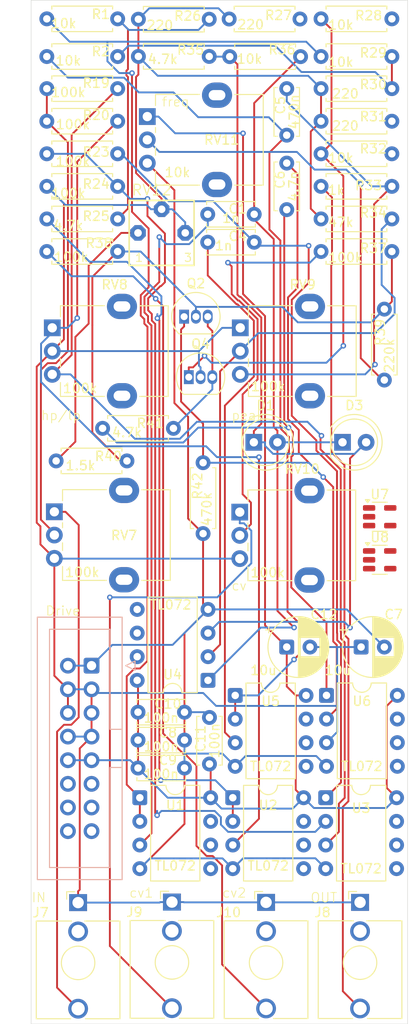
<source format=kicad_pcb>
(kicad_pcb (version 20241229) (generator "pcbnew") (generator_version "9.0")
  (layers (0 "F.Cu" signal) (2 "B.Cu" signal) (13 "F.Paste" user) (15 "B.Paste" user) (5 "F.SilkS" user "F.Silkscreen") (7 "B.SilkS" user "B.Silkscreen") (1 "F.Mask" user) (3 "B.Mask" user) (25 "Edge.Cuts" user))
  (net 0 "")
  (net 1 "Net-(U1A-+)")
  (net 2 "Net-(D1-A)")
  (net 3 "Net-(C4-Pad2)")
  (net 4 "Net-(U5A-+)")
  (net 5 "Net-(U5A--)")
  (net 6 "Net-(C5-Pad2)")
  (net 7 "Net-(C6-Pad1)")
  (net 8 "Net-(Q2-C)")
  (net 9 "GND")
  (net 10 "-12V")
  (net 11 "+12V")
  (net 12 "Net-(D1-K)")
  (net 13 "Net-(J7-PadT)")
  (net 14 "Net-(J8-PadT)")
  (net 15 "Net-(J9-PadT)")
  (net 16 "Net-(J10-PadT)")
  (net 23 "Net-(Q2-B)")
  (net 24 "Net-(Q2-E)")
  (net 25 "Net-(Q4-C)")
  (net 26 "Net-(U8A--)")
  (net 27 "Net-(U1A--)")
  (net 28 "Net-(U7A--)")
  (net 29 "Net-(U3A-+)")
  (net 30 "Net-(R19-Pad1)")
  (net 31 "Net-(U2A-+)")
  (net 32 "Net-(U3A--)")
  (net 33 "Net-(U2A--)")
  (net 34 "Net-(U8A-+)")
  (net 35 "Net-(R28-Pad2)")
  (net 36 "Net-(U7A-+)")
  (net 37 "Net-(R32-Pad2)")
  (net 38 "Net-(U4A--)")
  (net 39 "Net-(R37-Pad1)")
  (net 40 "Net-(R39-Pad1)")
  (net 41 "Net-(R40-Pad1)")
  (footprint "Capacitor_THT:C_Disc_D5.0mm_W2.5mm_P5.00mm" (layer "F.Cu") (at 31 35)
    (property "Reference" "C1")
    (property "Value" "1n")
  )
  (footprint "Package_TO_SOT_THT:TO-92_Inline" (layer "F.Cu") (at 28.96 52.5)
    (property "Reference" "Q4")
    (property "Value" "BC557")
  )
  (footprint "Capacitor_THT:C_Disc_D5.0mm_W2.5mm_P5.00mm" (layer "F.Cu") (at 39.5 26.5 90)
    (property "Reference" "C5")
    (property "Value" "470n")
  )
  (footprint "Resistor_THT:R_Axial_DIN0207_L6.3mm_D2.5mm_P7.62mm_Horizontal" (layer "F.Cu") (at 13.69 21.5)
    (property "Reference" "R19")
    (property "Value" "100k")
  )
  (footprint "Potentiometer_THT:Potentiometer_Alpha_RD901F-40-00D_Single_Vertical" (layer "F.Cu") (at 34.5 47.2)
    (property "Reference" "RV9")
    (property "Value" "100k")
  )
  (footprint "Resistor_THT:R_Axial_DIN0207_L6.3mm_D2.5mm_P7.62mm_Horizontal" (layer "F.Cu") (at 43.19 32)
    (property "Reference" "R33")
    (property "Value" "1k")
  )
  (footprint "Capacitor_THT:C_Disc_D5.0mm_W2.5mm_P5.00mm" (layer "F.Cu") (at 31 38)
    (property "Reference" "C4")
    (property "Value" "1n")
  )
  (footprint "LED_THT:LED_D5.0mm" (layer "F.Cu") (at 45.5 59.5)
    (property "Reference" "D3")
    (property "Value" "LED")
  )
  (footprint "Resistor_THT:R_Axial_DIN0207_L6.3mm_D2.5mm_P7.62mm_Horizontal" (layer "F.Cu") (at 13.69 14)
    (property "Reference" "R1")
    (property "Value" "10k")
  )
  (footprint "Resistor_THT:R_Axial_DIN0207_L6.3mm_D2.5mm_P7.62mm_Horizontal" (layer "F.Cu") (at 30.5 69.31 90)
    (property "Reference" "R42")
    (property "Value" "470k")
  )
  (footprint "Resistor_THT:R_Axial_DIN0207_L6.3mm_D2.5mm_P7.62mm_Horizontal" (layer "F.Cu") (at 43.19 25)
    (property "Reference" "R31")
    (property "Value" "220")
  )
  (footprint "Package_DIP:DIP-8_W7.62mm" (layer "F.Cu") (at 33.957 86.6982)
    (property "Reference" "U5" (hide yes))
    (property "Value" "TL072")
  )
  (footprint "Connector_Audio:Jack_3.5mm_QingPu_WQP-PJ398SM_Vertical_CircularHoles" (layer "F.Cu") (at 47.3877 108.9341)
    (property "Reference" "J8")
    (property "Value" "AudioPlug3")
  )
  (footprint "Potentiometer_THT:Potentiometer_Alpha_RD901F-40-00D_Single_Vertical" (layer "F.Cu") (at 24.5 24.5)
    (property "Reference" "RV11")
    (property "Value" "10k")
  )
  (footprint "Connector_Audio:Jack_3.5mm_QingPu_WQP-PJ398SM_Vertical_CircularHoles" (layer "F.Cu") (at 37.2765 108.9341)
    (property "Reference" "J10")
    (property "Value" "AudioPlug3")
  )
  (footprint "Potentiometer_THT:Potentiometer_Alpha_RD901F-40-00D_Single_Vertical" (layer "F.Cu") (at 14.275 47.2)
    (property "Reference" "RV8")
    (property "Value" "100k")
  )
  (footprint "Package_DIP:DIP-8_W7.62mm" (layer "F.Cu") (at 31.0299 85.0758 180)
    (property "Reference" "U4" (hide yes))
    (property "Value" "TL072")
  )
  (footprint "Resistor_THT:R_Axial_DIN0207_L6.3mm_D2.5mm_P7.62mm_Horizontal" (layer "F.Cu") (at 43.19 28.5)
    (property "Reference" "R32")
    (property "Value" "10k")
  )
  (footprint "Resistor_THT:R_Axial_DIN0207_L6.3mm_D2.5mm_P7.62mm_Horizontal" (layer "F.Cu") (at 13.69 18.05)
    (property "Reference" "R2")
    (property "Value" "10k")
  )
  (footprint "Capacitor_THT:CP_Radial_D6.3mm_P2.50mm" (layer "F.Cu") (at 39.5 81.5)
    (property "Reference" "C12")
    (property "Value" "10u")
  )
  (footprint "Package_DIP:DIP-8_W7.62mm" (layer "F.Cu") (at 23.695 97.69)
    (property "Reference" "U1" (hide yes))
    (property "Value" "TL072")
  )
  (footprint "Package_DIP:DIP-8_W7.62mm" (layer "F.Cu") (at 33.695 97.69)
    (property "Reference" "U2" (hide yes))
    (property "Value" "TL072")
  )
  (footprint "Resistor_THT:R_Axial_DIN0207_L6.3mm_D2.5mm_P7.62mm_Horizontal" (layer "F.Cu") (at 13.69 39)
    (property "Reference" "R38")
    (property "Value" "100k")
  )
  (footprint "Resistor_THT:R_Axial_DIN0207_L6.3mm_D2.5mm_P7.62mm_Horizontal" (layer "F.Cu") (at 43.19 39)
    (property "Reference" "R37")
    (property "Value" "100k")
  )
  (footprint "Package_DIP:DIP-8_W7.62mm" (layer "F.Cu") (at 43.695 97.69)
    (property "Reference" "U3" (hide yes))
    (property "Value" "TL072")
  )
  (footprint "Resistor_THT:R_Axial_DIN0207_L6.3mm_D2.5mm_P7.62mm_Horizontal" (layer "F.Cu") (at 50 52.81 90)
    (property "Reference" "R39")
    (property "Value" "220k")
  )
  (footprint "Capacitor_THT:C_Disc_D5.0mm_W2.5mm_P5.00mm" (layer "F.Cu") (at 23.5 88.5)
    (property "Reference" "C10")
    (property "Value" "100n")
  )
  (footprint "Resistor_THT:R_Axial_DIN0207_L6.3mm_D2.5mm_P7.62mm_Horizontal" (layer "F.Cu") (at 43.19 18.05)
    (property "Reference" "R29")
    (property "Value" "10k")
  )
  (footprint "Resistor_THT:R_Axial_DIN0207_L6.3mm_D2.5mm_P7.62mm_Horizontal" (layer "F.Cu") (at 23.5386 14.0387)
    (property "Reference" "R26")
    (property "Value" "220")
  )
  (footprint "LED_THT:LED_D5.0mm" (layer "F.Cu") (at 35.96 59.5)
    (property "Reference" "D1")
    (property "Value" "LED")
  )
  (footprint "Package_TO_SOT_THT:TO-92_Inline" (layer "F.Cu") (at 28.46 46)
    (property "Reference" "Q2")
    (property "Value" "BC557")
  )
  (footprint "Resistor_THT:R_Axial_DIN0207_L6.3mm_D2.5mm_P7.62mm_Horizontal" (layer "F.Cu") (at 33.3063 14.0165)
    (property "Reference" "R27")
    (property "Value" "220")
  )
  (footprint "Potentiometer_THT:Potentiometer_Alpha_RD901F-40-00D_Single_Vertical" (layer "F.Cu") (at 14.5 66.9679)
    (property "Reference" "RV7")
    (property "Value" "100k")
  )
  (footprint "Resistor_THT:R_Axial_DIN0207_L6.3mm_D2.5mm_P7.62mm_Horizontal" (layer "F.Cu") (at 23.5401 18.0387)
    (property "Reference" "R35")
    (property "Value" "4.7k")
  )
  (footprint "Resistor_THT:R_Axial_DIN0207_L6.3mm_D2.5mm_P7.62mm_Horizontal" (layer "F.Cu") (at 33.3673 18.0609)
    (property "Reference" "R36")
    (property "Value" "10k")
  )
  (footprint "Package_TO_SOT_SMD:SOT-23-5" (layer "F.Cu") (at 49.5 67.5)
    (property "Reference" "U7")
    (property "Value" "LM13700")
  )
  (footprint "Capacitor_THT:C_Disc_D5.0mm_W2.5mm_P5.00mm" (layer "F.Cu") (at 23.5 94.5)
    (property "Reference" "C9")
    (property "Value" "100n")
  )
  (footprint "Connector_Audio:Jack_3.5mm_QingPu_WQP-PJ398SM_Vertical_CircularHoles" (layer "F.Cu") (at 27.1506 108.9046)
    (property "Reference" "J9")
    (property "Value" "AudioPlug3")
  )
  (footprint "Resistor_THT:R_Axial_DIN0207_L6.3mm_D2.5mm_P7.62mm_Horizontal" (layer "F.Cu") (at 14.69 61.5)
    (property "Reference" "R40")
    (property "Value" "1.5k")
  )
  (footprint "Capacitor_THT:C_Disc_D5.0mm_W2.5mm_P5.00mm" (layer "F.Cu") (at 31.1861 94.0662 90)
    (property "Reference" "C11")
    (property "Value" "100n")
  )
  (footprint "Connector_Audio:Jack_3.5mm_QingPu_WQP-PJ398SM_Vertical_CircularHoles" (layer "F.Cu") (at 17.0562 108.9585)
    (property "Reference" "J7")
    (property "Value" "AudioPlug3")
  )
  (footprint "Resistor_THT:R_Axial_DIN0207_L6.3mm_D2.5mm_P7.62mm_Horizontal" (layer "F.Cu") (at 13.69 32)
    (property "Reference" "R24")
    (property "Value" "100k")
  )
  (footprint "Potentiometer_THT:Potentiometer_Alpha_RD901F-40-00D_Single_Vertical" (layer "F.Cu") (at 34.4463 67)
    (property "Reference" "RV10")
    (property "Value" "100k")
  )
  (footprint "Resistor_THT:R_Axial_DIN0207_L6.3mm_D2.5mm_P7.62mm_Horizontal" (layer "F.Cu") (at 19.69 58)
    (property "Reference" "R41")
    (property "Value" "4.7k")
  )
  (footprint "MusicThingModular:BOURNS_3362P_TRIMMER" (layer "F.Cu") (at 26.04 37)
    (property "Reference" "RV12")
    (property "Value" "1k")
  )
  (footprint "Capacitor_THT:C_Disc_D5.0mm_W2.5mm_P5.00mm" (layer "F.Cu") (at 39.5 34.5 90)
    (property "Reference" "C6")
    (property "Value" "4.7n")
  )
  (footprint "Resistor_THT:R_Axial_DIN0207_L6.3mm_D2.5mm_P7.62mm_Horizontal" (layer "F.Cu") (at 13.69 35.5)
    (property "Reference" "R25")
    (property "Value" "4.7k")
  )
  (footprint "Resistor_THT:R_Axial_DIN0207_L6.3mm_D2.5mm_P7.62mm_Horizontal" (layer "F.Cu") (at 43.19 14)
    (property "Reference" "R28")
    (property "Value" "10k")
  )
  (footprint "Capacitor_THT:C_Disc_D5.0mm_W2.5mm_P5.00mm" (layer "F.Cu") (at 23.5 91.5)
    (property "Reference" "C8")
    (property "Value" "100n")
  )
  (footprint "Capacitor_THT:CP_Radial_D6.3mm_P2.50mm" (layer "F.Cu") (at 47.5 81.5)
    (property "Reference" "C7")
    (property "Value" "10u")
  )
  (footprint "Resistor_THT:R_Axial_DIN0207_L6.3mm_D2.5mm_P7.62mm_Horizontal" (layer "F.Cu") (at 13.69 25)
    (property "Reference" "R20")
    (property "Value" "100k")
  )
  (footprint "Resistor_THT:R_Axial_DIN0207_L6.3mm_D2.5mm_P7.62mm_Horizontal" (layer "F.Cu") (at 43.19 21.5)
    (property "Reference" "R30")
    (property "Value" "220")
  )
  (footprint "Resistor_THT:R_Axial_DIN0207_L6.3mm_D2.5mm_P7.62mm_Horizontal" (layer "F.Cu") (at 13.69 28.5)
    (property "Reference" "R23")
    (property "Value" "100k")
  )
  (footprint "Package_DIP:DIP-8_W7.62mm" (layer "F.Cu") (at 43.7767 86.6926)
    (property "Reference" "U6")
    (property "Value" "TL072")
  )
  (footprint "Package_TO_SOT_SMD:SOT-23-5" (layer "F.Cu") (at 49.5 72.125)
    (property "Reference" "U8")
    (property "Value" "LM13700")
  )
  (footprint "Resistor_THT:R_Axial_DIN0207_L6.3mm_D2.5mm_P7.62mm_Horizontal" (layer "F.Cu") (at 43.19 35.5)
    (property "Reference" "R34")
    (property "Value" "47k")
  )
  (footprint "Connector_IDC:IDC-Header_2x08_P2.54mm_Vertical" (layer "B.Cu") (at 18.5 83.5 180)
    (property "Reference" "J12" (hide yes))
    (property "Value" "Conn_02x08_Odd_Even")
  )
  (gr_rect (start 12 12) (end 52.5 122) (stroke (width 0.05)) (fill no) (layer "Edge.Cuts"))
  (gr_text "hp/lp" (at 13 57.2 0) (layer "F.SilkS") (effects (font (size 1 1) (thickness 0.1)) (justify left bottom)))
  (gr_text "cv" (at 33.5 75.5 0) (layer "F.SilkS") (effects (font (size 1 1) (thickness 0.1)) (justify left bottom)))
  (gr_text "Drive" (at 13.5 78.2 0) (layer "F.SilkS") (effects (font (size 1 1) (thickness 0.1)) (justify left bottom)))
  (gr_text "peak" (at 33.5 57.2 0) (layer "F.SilkS") (effects (font (size 1 1) (thickness 0.1)) (justify left bottom)))
  (gr_text "cv1" (at 22.5 108.5 0) (layer "F.SilkS") (effects (font (size 1 1) (thickness 0.1)) (justify left bottom)))
  (gr_text "freq" (at 26 23.5 0) (layer "F.SilkS") (effects (font (size 1 1) (thickness 0.1)) (justify left bottom)))
  (gr_text "OUT" (at 42 109 0) (layer "F.SilkS") (effects (font (size 1 1) (thickness 0.1)) (justify left bottom)))
  (gr_text "IN" (at 12 109 0) (layer "F.SilkS") (effects (font (size 1 1) (thickness 0.1)) (justify left bottom)))
  (gr_text "cv2" (at 32.5 108.5 0) (layer "F.SilkS") (effects (font (size 1 1) (thickness 0.1)) (justify left bottom)))
  (segment (start 24.1944 45.5506) (end 24.5813 45.9375) (width 0.2) (layer "F.Cu") (net 1))
  (segment (start 24.9467 101.5183) (end 23.695 102.77) (width 0.2) (layer "F.Cu") (net 1))
  (segment (start 25.7896 37.4456) (end 25.7896 42.2638) (width 0.2) (layer "F.Cu") (net 1))
  (segment (start 24.1944 43.859) (end 24.1944 45.5506) (width 0.2) (layer "F.Cu") (net 1))
  (segment (start 24.5813 45.9375) (end 24.5813 46.5845) (width 0.2) (layer "F.Cu") (net 1))
  (segment (start 25.7896 42.2638) (end 24.1944 43.859) (width 0.2) (layer "F.Cu") (net 1))
  (segment (start 24.9467 46.9499) (end 24.9467 101.5183) (width 0.2) (layer "F.Cu") (net 1))
  (segment (start 24.5813 46.5845) (end 24.8167 46.8199) (width 0.2) (layer "F.Cu") (net 1))
  (segment (start 24.8167 46.8199) (end 24.9467 46.9499) (width 0.2) (layer "F.Cu") (net 1))
  (via (at 25.7896 37.4456) (size 0.6) (drill 0.3) (layers "F.Cu" "B.Cu") (net 1))
  (segment (start 25.7896 37.4456) (end 25.7896 38.5231) (width 0.2) (layer "B.Cu") (net 1))
  (segment (start 26.5515 38.2075) (end 29.0015 38.2075) (width 0.2) (layer "B.Cu") (net 1))
  (segment (start 25.7896 37.4456) (end 26.5515 38.2075) (width 0.2) (layer "B.Cu") (net 1))
  (segment (start 31 36.209) (end 31 35) (width 0.2) (layer "B.Cu") (net 1))
  (segment (start 29.0015 38.2075) (end 31 36.209) (width 0.2) (layer "B.Cu") (net 1))
  (segment (start 25.7896 38.5231) (end 25.7896 37.4456) (width 0.2) (layer "B.Cu") (net 1))
  (segment (start 40.286 79.404) (end 38.5 77.618) (width 0.2) (layer "F.Cu") (net 2))
  (segment (start 36 35) (end 36 23.0482) (width 0.2) (layer "F.Cu") (net 2))
  (segment (start 36 35) (end 36 35.568) (width 0.2) (layer "F.Cu") (net 2))
  (segment (start 38.5 77.618) (end 38.5 59.5) (width 0.2) (layer "F.Cu") (net 2))
  (segment (start 38.3337 58.0894) (end 38.4985 58.2542) (width 0.2) (layer "F.Cu") (net 2))
  (segment (start 38.3337 58.0894) (end 38.4985 58.2542) (width 0.2) (layer "F.Cu") (net 2))
  (segment (start 36 35.568) (end 38.0983 37.6663) (width 0.2) (layer "F.Cu") (net 2))
  (segment (start 38.4985 58.2542) (end 38.4985 59.4985) (width 0.2) (layer "F.Cu") (net 2))
  (segment (start 38.0983 37.6663) (end 38.0983 57.854) (width 0.2) (layer "F.Cu") (net 2))
  (segment (start 38.0983 57.854) (end 38.3337 58.0894) (width 0.2) (layer "F.Cu") (net 2))
  (segment (start 38.4985 59.4985) (end 38.5 59.5) (width 0.2) (layer "F.Cu") (net 2))
  (segment (start 36 23.0482) (end 40.9873 18.0609) (width 0.2) (layer "F.Cu") (net 2))
  (via (at 40.286 79.404) (size 0.6) (drill 0.3) (layers "F.Cu" "B.Cu") (net 2))
  (segment (start 40.286 79.404) (end 36.7017 79.404) (width 0.2) (layer "B.Cu") (net 2))
  (segment (start 36.7017 79.404) (end 31.0299 85.0758) (width 0.2) (layer "B.Cu") (net 2))
  (segment (start 38.5 59.5) (end 45.5 59.5) (width 0.2) (layer "B.Cu") (net 2))
  (segment (start 44.9056 62.6032) (end 44.9056 79.9968) (width 0.2) (layer "F.Cu") (net 3))
  (segment (start 41.8568 42.3753) (end 40.0383 44.1938) (width 0.2) (layer "F.Cu") (net 3))
  (segment (start 45.1669 80.9956) (end 45.3332 81.1619) (width 0.2) (layer "F.Cu") (net 3))
  (segment (start 41.8568 38.3758) (end 41.8568 42.3753) (width 0.2) (layer "F.Cu") (net 3))
  (segment (start 42.6901 60.3877) (end 44.9056 62.6032) (width 0.2) (layer "F.Cu") (net 3))
  (segment (start 45.3332 96.0518) (end 43.695 97.69) (width 0.2) (layer "F.Cu") (net 3))
  (segment (start 44.9315 80.0227) (end 44.9315 80.7602) (width 0.2) (layer "F.Cu") (net 3))
  (segment (start 45.3332 81.1619) (end 45.3332 96.0518) (width 0.2) (layer "F.Cu") (net 3))
  (segment (start 44.9315 80.7602) (end 45.1669 80.9956) (width 0.2) (layer "F.Cu") (net 3))
  (segment (start 42.6901 59.2952) (end 42.6901 60.3877) (width 0.2) (layer "F.Cu") (net 3))
  (segment (start 40.0383 44.1938) (end 40.0383 56.6434) (width 0.2) (layer "F.Cu") (net 3))
  (segment (start 45.1669 80.9956) (end 45.3332 81.1619) (width 0.2) (layer "F.Cu") (net 3))
  (segment (start 44.9056 79.9968) (end 44.9315 80.0227) (width 0.2) (layer "F.Cu") (net 3))
  (segment (start 40.0383 56.6434) (end 42.6901 59.2952) (width 0.2) (layer "F.Cu") (net 3))
  (via (at 41.8568 38.3758) (size 0.6) (drill 0.3) (layers "F.Cu" "B.Cu") (net 3))
  (segment (start 26.7951 33.6007) (end 21.6944 28.5) (width 0.2) (layer "B.Cu") (net 3))
  (segment (start 31.6007 33.6007) (end 26.7951 33.6007) (width 0.2) (layer "B.Cu") (net 3))
  (segment (start 21.6944 28.5) (end 21.31 28.5) (width 0.2) (layer "B.Cu") (net 3))
  (segment (start 36.3758 38.3758) (end 36 38) (width 0.2) (layer "B.Cu") (net 3))
  (segment (start 41.8568 38.3758) (end 36.3758 38.3758) (width 0.2) (layer "B.Cu") (net 3))
  (segment (start 36 38) (end 31.6007 33.6007) (width 0.2) (layer "B.Cu") (net 3))
  (segment (start 35.96 46.431) (end 35.96 52.4395) (width 0.2) (layer "F.Cu") (net 4))
  (segment (start 32.8444 90.6656) (end 33.957 91.7782) (width 0.2) (layer "F.Cu") (net 4))
  (segment (start 34.1967 44.6677) (end 35.96 46.431) (width 0.2) (layer "F.Cu") (net 4))
  (segment (start 32.8444 55.5551) (end 32.8444 90.6656) (width 0.2) (layer "F.Cu") (net 4))
  (segment (start 31 41.571) (end 34.0967 44.6677) (width 0.2) (layer "F.Cu") (net 4))
  (segment (start 35.96 52.4395) (end 32.8444 55.5551) (width 0.2) (layer "F.Cu") (net 4))
  (segment (start 31 38) (end 31 41.571) (width 0.2) (layer "F.Cu") (net 4))
  (segment (start 34.0967 44.6677) (end 34.1967 44.6677) (width 0.2) (layer "F.Cu") (net 4))
  (segment (start 39.582 77.6847) (end 40.8971 78.9998) (width 0.2) (layer "F.Cu") (net 5))
  (segment (start 38.9002 57.973) (end 38.9002 58.0879) (width 0.2) (layer "F.Cu") (net 5))
  (segment (start 39.7413 60.5501) (end 39.582 60.7094) (width 0.2) (layer "F.Cu") (net 5))
  (segment (start 37.6388 36.6388) (end 38.8149 37.8149) (width 0.2) (layer "F.Cu") (net 5))
  (segment (start 39.5 26.5) (end 37.6388 28.3612) (width 0.2) (layer "F.Cu") (net 5))
  (segment (start 40.8971 78.9998) (end 40.8971 82.2298) (width 0.2) (layer "F.Cu") (net 5))
  (segment (start 33.957 89.2382) (end 33.957 86.6982) (width 0.2) (layer "F.Cu") (net 5))
  (segment (start 39.582 60.7094) (end 39.582 77.6847) (width 0.2) (layer "F.Cu") (net 5))
  (segment (start 37.6388 28.3612) (end 37.6388 36.6388) (width 0.2) (layer "F.Cu") (net 5))
  (segment (start 39.7413 58.929) (end 39.7413 60.5501) (width 0.2) (layer "F.Cu") (net 5))
  (segment (start 38.8149 37.8149) (end 38.8149 57.8877) (width 0.2) (layer "F.Cu") (net 5))
  (segment (start 38.8149 57.8877) (end 38.9002 57.973) (width 0.2) (layer "F.Cu") (net 5))
  (segment (start 38.9002 58.0879) (end 39.7413 58.929) (width 0.2) (layer "F.Cu") (net 5))
  (segment (start 40.8971 82.2298) (end 40.286 82.8409) (width 0.2) (layer "F.Cu") (net 5))
  (via (at 40.286 82.8409) (size 0.6) (drill 0.3) (layers "F.Cu" "B.Cu") (net 5))
  (segment (start 13.69 18.05) (end 15.9595 20.3195) (width 0.2) (layer "B.Cu") (net 5))
  (segment (start 37.573 24.573) (end 39.5 26.5) (width 0.2) (layer "B.Cu") (net 5))
  (segment (start 40.286 82.8409) (end 36.4287 86.6982) (width 0.2) (layer "B.Cu") (net 5))
  (segment (start 21.9968 20.3195) (end 23.5809 21.9036) (width 0.2) (layer "B.Cu") (net 5))
  (segment (start 36.4287 86.6982) (end 33.957 86.6982) (width 0.2) (layer "B.Cu") (net 5))
  (segment (start 23.5809 21.9036) (end 27.3118 21.9036) (width 0.2) (layer "B.Cu") (net 5))
  (segment (start 29.9812 24.573) (end 37.573 24.573) (width 0.2) (layer "B.Cu") (net 5))
  (segment (start 27.3118 21.9036) (end 29.9812 24.573) (width 0.2) (layer "B.Cu") (net 5))
  (segment (start 15.9595 20.3195) (end 21.9968 20.3195) (width 0.2) (layer "B.Cu") (net 5))
  (segment (start 48.8983 33.9117) (end 48.8983 51.0428) (width 0.2) (layer "F.Cu") (net 6))
  (segment (start 48.8983 51.0428) (end 48.9957 51.1402) (width 0.2) (layer "F.Cu") (net 6))
  (segment (start 50.81 32) (end 48.8983 33.9117) (width 0.2) (layer "F.Cu") (net 6))
  (via (at 48.9957 51.1402) (size 0.6) (drill 0.3) (layers "F.Cu" "B.Cu") (net 6))
  (segment (start 39.5 21.5) (end 39.5 22.8779) (width 0.2) (layer "B.Cu") (net 6))
  (segment (start 39.5 22.8779) (end 48.6221 32) (width 0.2) (layer "B.Cu") (net 6))
  (segment (start 48.9957 51.1402) (end 47.9359 52.2) (width 0.2) (layer "B.Cu") (net 6))
  (segment (start 48.6221 32) (end 50.81 32) (width 0.2) (layer "B.Cu") (net 6))
  (segment (start 47.9359 52.2) (end 34.5 52.2) (width 0.2) (layer "B.Cu") (net 6))
  (segment (start 39.9914 61.0682) (end 40.1577 60.9019) (width 0.2) (layer "F.Cu") (net 7))
  (segment (start 39.2349 34.7651) (end 39.2349 57.459) (width 0.2) (layer "F.Cu") (net 7))
  (segment (start 40.1577 60.9019) (end 40.1577 58.3818) (width 0.2) (layer "F.Cu") (net 7))
  (segment (start 39.2349 57.459) (end 39.6962 57.9203) (width 0.2) (layer "F.Cu") (net 7))
  (segment (start 39.9914 75.0974) (end 39.9914 61.0682) (width 0.2) (layer "F.Cu") (net 7))
  (segment (start 43.7767 78.8827) (end 39.9914 75.0974) (width 0.2) (layer "F.Cu") (net 7))
  (segment (start 39.5 34.5) (end 39.2349 34.7651) (width 0.2) (layer "F.Cu") (net 7))
  (segment (start 40.1577 58.3818) (end 39.6962 57.9203) (width 0.2) (layer "F.Cu") (net 7))
  (segment (start 43.7767 86.6926) (end 43.7767 78.8827) (width 0.2) (layer "F.Cu") (net 7))
  (via (at 39.6962 57.9203) (size 0.6) (drill 0.3) (layers "F.Cu" "B.Cu") (net 7))
  (segment (start 21.212 59.522) (end 19.69 58) (width 0.2) (layer "B.Cu") (net 7))
  (segment (start 39.6962 57.9203) (end 29.9782 57.9203) (width 0.2) (layer "B.Cu") (net 7))
  (segment (start 28.3765 59.522) (end 21.212 59.522) (width 0.2) (layer "B.Cu") (net 7))
  (segment (start 29.9782 57.9203) (end 28.3765 59.522) (width 0.2) (layer "B.Cu") (net 7))
  (segment (start 39.6366 57.0095) (end 39.6366 43.9304) (width 0.2) (layer "F.Cu") (net 8))
  (segment (start 43.424 63.2348) (end 44.5039 64.3147) (width 0.2) (layer "F.Cu") (net 8))
  (segment (start 44.8815 88.1278) (end 43.7767 89.2326) (width 0.2) (layer "F.Cu") (net 8))
  (segment (start 44.8815 81.2782) (end 44.8815 88.1278) (width 0.2) (layer "F.Cu") (net 8))
  (segment (start 28.46 47.0517) (end 28.1333 47.3784) (width 0.2) (layer "F.Cu") (net 8))
  (segment (start 40.7948 58.1677) (end 39.6366 57.0095) (width 0.2) (layer "F.Cu") (net 8))
  (segment (start 28.1333 55.126) (end 30.5 57.4927) (width 0.2) (layer "F.Cu") (net 8))
  (segment (start 39.6366 43.9304) (end 40.6558 42.9112) (width 0.2) (layer "F.Cu") (net 8))
  (segment (start 40.6558 42.9112) (end 40.6558 30.6558) (width 0.2) (layer "F.Cu") (net 8))
  (segment (start 44.5039 64.3147) (end 44.5039 80.9006) (width 0.2) (layer "F.Cu") (net 8))
  (segment (start 44.7652 81.1619) (end 44.8815 81.2782) (width 0.2) (layer "F.Cu") (net 8))
  (segment (start 28.1333 47.3784) (end 28.1333 55.126) (width 0.2) (layer "F.Cu") (net 8))
  (segment (start 44.5039 80.9006) (end 44.7652 81.1619) (width 0.2) (layer "F.Cu") (net 8))
  (segment (start 43.424 63.2348) (end 40.7948 60.6056) (width 0.2) (layer "F.Cu") (net 8))
  (segment (start 28.46 46) (end 28.46 47.0517) (width 0.2) (layer "F.Cu") (net 8))
  (segment (start 40.6558 30.6558) (end 39.5 29.5) (width 0.2) (layer "F.Cu") (net 8))
  (segment (start 44.7652 81.1619) (end 44.8815 81.2782) (width 0.2) (layer "F.Cu") (net 8))
  (segment (start 30.5 57.4927) (end 30.5 61.69) (width 0.2) (layer "F.Cu") (net 8))
  (segment (start 40.7948 60.6056) (end 40.7948 58.1677) (width 0.2) (layer "F.Cu") (net 8))
  (via (at 43.424 63.2348) (size 0.6) (drill 0.3) (layers "F.Cu" "B.Cu") (net 8))
  (segment (start 41.8857 61.6965) (end 43.424 63.2348) (width 0.2) (layer "B.Cu") (net 8))
  (segment (start 30.5065 61.6965) (end 41.8857 61.6965) (width 0.2) (layer "B.Cu") (net 8))
  (segment (start 30.5 61.69) (end 30.5065 61.6965) (width 0.2) (layer "B.Cu") (net 8))
  (segment (start 12.6009 51.3741) (end 12.6009 68.1344) (width 0.2) (layer "F.Cu") (net 9))
  (segment (start 42.0812 34.3912) (end 42.0812 26.1088) (width 0.2) (layer "F.Cu") (net 9))
  (segment (start 18.5 86.04) (end 18.5 88.58) (width 0.2) (layer "F.Cu") (net 9))
  (segment (start 42.0812 26.1088) (end 43.19 25) (width 0.2) (layer "F.Cu") (net 9))
  (segment (start 23.5401 14.0402) (end 23.5401 18.0387) (width 0.2) (layer "F.Cu") (net 9))
  (segment (start 12.8363 68.3698) (end 13.0026 68.5361) (width 0.2) (layer "F.Cu") (net 9))
  (segment (start 23.2879 20.2428) (end 23.5401 19.9906) (width 0.2) (layer "F.Cu") (net 9))
  (segment (start 17.0562 107.7418) (end 17.23 107.568) (width 0.2) (layer "F.Cu") (net 9))
  (segment (start 18.5 91.12) (end 18.5 88.58) (width 0.2) (layer "F.Cu") (net 9))
  (segment (start 17.23 107.568) (end 17.23 92.39) (width 0.2) (layer "F.Cu") (net 9))
  (segment (start 17.0562 108.9585) (end 17.0562 107.7418) (width 0.2) (layer "F.Cu") (net 9))
  (segment (start 12.8363 68.3698) (end 13.0026 68.5361) (width 0.2) (layer "F.Cu") (net 9))
  (segment (start 15.5242 33.8342) (end 15.5242 48.4508) (width 0.2) (layer "F.Cu") (net 9))
  (segment (start 26.04 33.3185) (end 23.2879 30.5664) (width 0.2) (layer "F.Cu") (net 9))
  (segment (start 13.0026 68.5361) (end 13.0026 70.4705) (width 0.2) (layer "F.Cu") (net 9))
  (segment (start 13.0026 70.4705) (end 14.5 71.9679) (width 0.2) (layer "F.Cu") (net 9))
  (segment (start 14.275 49.7) (end 12.6009 51.3741) (width 0.2) (layer "F.Cu") (net 9))
  (segment (start 15.5242 48.4508) (end 14.275 49.7) (width 0.2) (layer "F.Cu") (net 9))
  (segment (start 23.5401 19.9906) (end 23.5401 18.0387) (width 0.2) (layer "F.Cu") (net 9))
  (segment (start 23.5386 14.0387) (end 23.5401 14.0402) (width 0.2) (layer "F.Cu") (net 9))
  (segment (start 14.5 71.9679) (end 14.5 84.58) (width 0.2) (layer "F.Cu") (net 9))
  (segment (start 23.2879 30.5664) (end 23.2879 20.2428) (width 0.2) (layer "F.Cu") (net 9))
  (segment (start 15.96 86.04) (end 15.96 88.58) (width 0.2) (layer "F.Cu") (net 9))
  (segment (start 12.6009 68.1344) (end 12.8363 68.3698) (width 0.2) (layer "F.Cu") (net 9))
  (segment (start 43.19 21.5) (end 43.19 25) (width 0.2) (layer "F.Cu") (net 9))
  (segment (start 17.23 92.39) (end 18.5 91.12) (width 0.2) (layer "F.Cu") (net 9))
  (segment (start 14.5 84.58) (end 15.96 86.04) (width 0.2) (layer "F.Cu") (net 9))
  (segment (start 13.69 32) (end 15.5242 33.8342) (width 0.2) (layer "F.Cu") (net 9))
  (segment (start 26.04 34.46) (end 26.04 33.3185) (width 0.2) (layer "F.Cu") (net 9))
  (segment (start 43.19 35.5) (end 42.0812 34.3912) (width 0.2) (layer "F.Cu") (net 9))
  (segment (start 47.3877 108.9341) (end 37.2765 108.9341) (width 0.2) (layer "B.Cu") (net 9))
  (segment (start 30.23 52.5) (end 30.23 51.4483) (width 0.2) (layer "B.Cu") (net 9))
  (segment (start 23.5401 18.0387) (end 25.6172 20.1158) (width 0.2) (layer "B.Cu") (net 9))
  (segment (start 27.1815 34.46) (end 28.58 35.8585) (width 0.2) (layer "B.Cu") (net 9))
  (segment (start 25.6172 20.1158) (end 41.8058 20.1158) (width 0.2) (layer "B.Cu") (net 9))
  (segment (start 47.5 81.5) (end 44.9271 81.5) (width 0.2) (layer "B.Cu") (net 9))
  (segment (start 32.5539 47.2) (end 30.0539 49.7) (width 0.2) (layer "B.Cu") (net 9))
  (segment (start 13.69 32) (end 15.6909 34.0009) (width 0.2) (layer "B.Cu") (net 9))
  (segment (start 28.4468 108.9341) (end 28.4173 108.9046) (width 0.2) (layer "B.Cu") (net 9))
  (segment (start 28.58 37) (end 28.58 35.8585) (width 0.2) (layer "B.Cu") (net 9))
  (segment (start 34.5 47.2) (end 33.2983 47.2) (width 0.2) (layer "B.Cu") (net 9))
  (segment (start 24.4394 34.0009) (end 24.8985 34.46) (width 0.2) (layer "B.Cu") (net 9))
  (segment (start 44.9271 87.8238) (end 44.9271 81.5) (width 0.2) (layer "B.Cu") (net 9))
  (segment (start 25.83 108.9585) (end 17.0562 108.9585) (width 0.2) (layer "B.Cu") (net 9))
  (segment (start 34.4463 72) (end 14.5321 72) (width 0.2) (layer "B.Cu") (net 9))
  (segment (start 30.0539 49.7) (end 14.275 49.7) (width 0.2) (layer "B.Cu") (net 9))
  (segment (start 44.9271 90.6222) (end 44.9271 87.8238) (width 0.2) (layer "B.Cu") (net 9))
  (segment (start 27.1506 108.9046) (end 25.8839 108.9046) (width 0.2) (layer "B.Cu") (net 9))
  (segment (start 33.3063 14.0165) (end 32.1559 12.8661) (width 0.2) (layer "B.Cu") (net 9))
  (segment (start 15.6909 34.0009) (end 24.4394 34.0009) (width 0.2) (layer "B.Cu") (net 9))
  (segment (start 26.04 34.46) (end 27.1815 34.46) (width 0.2) (layer "B.Cu") (net 9))
  (segment (start 15.96 86.04) (end 18.5 86.04) (width 0.2) (layer "B.Cu") (net 9))
  (segment (start 24.7112 12.8661) (end 23.5386 14.0387) (width 0.2) (layer "B.Cu") (net 9))
  (segment (start 30.5112 86.4364) (end 18.8964 86.4364) (width 0.2) (layer "B.Cu") (net 9))
  (segment (start 32.1559 12.8661) (end 24.7112 12.8661) (width 0.2) (layer "B.Cu") (net 9))
  (segment (start 26.04 34.46) (end 24.8985 34.46) (width 0.2) (layer "B.Cu") (net 9))
  (segment (start 27.1506 108.9046) (end 28.4173 108.9046) (width 0.2) (layer "B.Cu") (net 9))
  (segment (start 15.96 91.12) (end 18.5 91.12) (width 0.2) (layer "B.Cu") (net 9))
  (segment (start 44.9271 81.5) (end 42 81.5) (width 0.2) (layer "B.Cu") (net 9))
  (segment (start 37.2765 108.9341) (end 28.4468 108.9341) (width 0.2) (layer "B.Cu") (net 9))
  (segment (start 41.8058 20.1158) (end 43.19 21.5) (width 0.2) (layer "B.Cu") (net 9))
  (segment (start 43.7767 91.7726) (end 44.9271 90.6222) (width 0.2) (layer "B.Cu") (net 9))
  (segment (start 18.8964 86.4364) (end 18.5 86.04) (width 0.2) (layer "B.Cu") (net 9))
  (segment (start 44.9271 87.8238) (end 31.8986 87.8238) (width 0.2) (layer "B.Cu") (net 9))
  (segment (start 25.8839 108.9046) (end 25.83 108.9585) (width 0.2) (layer "B.Cu") (net 9))
  (segment (start 31.8986 87.8238) (end 30.5112 86.4364) (width 0.2) (layer "B.Cu") (net 9))
  (segment (start 33.2983 47.2) (end 32.5539 47.2) (width 0.2) (layer "B.Cu") (net 9))
  (segment (start 14.5321 72) (end 14.5 71.9679) (width 0.2) (layer "B.Cu") (net 9))
  (segment (start 30.0539 51.2722) (end 30.23 51.4483) (width 0.2) (layer "B.Cu") (net 9))
  (segment (start 30.0539 49.7) (end 30.0539 51.2722) (width 0.2) (layer "B.Cu") (net 9))
  (segment (start 28.5 100.505) (end 28.5 94.5) (width 0.2) (layer "F.Cu") (net 10))
  (segment (start 31.0299 77.4558) (end 28.5 79.9857) (width 0.2) (layer "F.Cu") (net 10))
  (segment (start 28.8875 67.6975) (end 28.8875 56.7577) (width 0.2) (layer "F.Cu") (net 10))
  (segment (start 30.5 76.9259) (end 30.5 69.31) (width 0.2) (layer "F.Cu") (net 10))
  (segment (start 23.695 105.31) (end 28.5 100.505) (width 0.2) (layer "F.Cu") (net 10))
  (segment (start 27.4149 32.4149) (end 24.5 29.5) (width 0.2) (layer "F.Cu") (net 10))
  (segment (start 31.0299 77.4558) (end 30.5 76.9259) (width 0.2) (layer "F.Cu") (net 10))
  (segment (start 27.4149 55.2851) (end 27.4149 32.4149) (width 0.2) (layer "F.Cu") (net 10))
  (segment (start 30.5 69.31) (end 28.8875 67.6975) (width 0.2) (layer "F.Cu") (net 10))
  (segment (start 28.8875 56.7577) (end 27.4149 55.2851) (width 0.2) (layer "F.Cu") (net 10))
  (segment (start 28.5 79.9857) (end 28.5 88.5) (width 0.2) (layer "F.Cu") (net 10))
  (segment (start 28.5 88.5) (end 28.5 91.5) (width 0.2) (layer "F.Cu") (net 10))
  (segment (start 28.5 88.5) (end 30.6199 88.5) (width 0.2) (layer "B.Cu") (net 10))
  (segment (start 35.069 93.2062) (end 33.957 94.3182) (width 0.2) (layer "B.Cu") (net 10))
  (segment (start 28.5 92.9472) (end 28.5 91.5) (width 0.2) (layer "B.Cu") (net 10))
  (segment (start 28.5 94.5) (end 28.5 92.9472) (width 0.2) (layer "B.Cu") (net 10))
  (segment (start 18.5 83.5) (end 15.96 83.5) (width 0.2) (layer "B.Cu") (net 10))
  (segment (start 23.695 105.31) (end 24.7967 104.2083) (width 0.2) (layer "B.Cu") (net 10))
  (segment (start 43.695 105.31) (end 42.5837 104.1987) (width 0.2) (layer "B.Cu") (net 10))
  (segment (start 42.5837 104.1987) (end 34.8063 104.1987) (width 0.2) (layer "B.Cu") (net 10))
  (segment (start 32.5933 104.2083) (end 33.695 105.31) (width 0.2) (layer "B.Cu") (net 10))
  (segment (start 31.0299 77.4558) (end 45.9558 77.4558) (width 0.2) (layer "B.Cu") (net 10))
  (segment (start 42.6703 93.2062) (end 35.069 93.2062) (width 0.2) (layer "B.Cu") (net 10))
  (segment (start 27.2199 81.2658) (end 20.7342 81.2658) (width 0.2) (layer "B.Cu") (net 10))
  (segment (start 31.0299 77.4558) (end 27.2199 81.2658) (width 0.2) (layer "B.Cu") (net 10))
  (segment (start 34.8063 104.1987) (end 33.695 105.31) (width 0.2) (layer "B.Cu") (net 10))
  (segment (start 28.5 92.9472) (end 32.586 92.9472) (width 0.2) (layer "B.Cu") (net 10))
  (segment (start 30.6199 88.5) (end 31.1861 89.0662) (width 0.2) (layer "B.Cu") (net 10))
  (segment (start 45.9558 77.4558) (end 50 81.5) (width 0.2) (layer "B.Cu") (net 10))
  (segment (start 24.7967 104.2083) (end 32.5933 104.2083) (width 0.2) (layer "B.Cu") (net 10))
  (segment (start 32.586 92.9472) (end 33.957 94.3182) (width 0.2) (layer "B.Cu") (net 10))
  (segment (start 43.7767 94.3126) (end 42.6703 93.2062) (width 0.2) (layer "B.Cu") (net 10))
  (segment (start 20.7342 81.2658) (end 18.5 83.5) (width 0.2) (layer "B.Cu") (net 10))
  (segment (start 34.7984 43.5654) (end 34.7984 26.3) (width 0.2) (layer "F.Cu") (net 11))
  (segment (start 23.5 88.5) (end 23.5 91.5) (width 0.2) (layer "F.Cu") (net 11))
  (segment (start 40.4642 86.6982) (end 40.4642 96.8392) (width 0.2) (layer "F.Cu") (net 11))
  (segment (start 39.5 81.5) (end 37.1651 79.1651) (width 0.2) (layer "F.Cu") (net 11))
  (segment (start 31.1861 94.0662) (end 31.315 94.1951) (width 0.2) (layer "F.Cu") (net 11))
  (segment (start 23.5 94.5) (end 23.5 91.5) (width 0.2) (layer "F.Cu") (net 11))
  (segment (start 23.5 85.1659) (end 23.5 88.5) (width 0.2) (layer "F.Cu") (net 11))
  (segment (start 34.931 43.698) (end 34.7984 43.5654) (width 0.2) (layer "F.Cu") (net 11))
  (segment (start 40.4642 96.8392) (end 41.315 97.69) (width 0.2) (layer "F.Cu") (net 11))
  (segment (start 50.2544 87.8349) (end 50.2544 96.6294) (width 0.2) (layer "F.Cu") (net 11))
  (segment (start 37.1651 45.9321) (end 34.931 43.698) (width 0.2) (layer "F.Cu") (net 11))
  (segment (start 40.4642 86.6982) (end 39.5 85.734) (width 0.2) (layer "F.Cu") (net 11))
  (segment (start 51.3967 86.6926) (end 50.2544 87.8349) (width 0.2) (layer "F.Cu") (net 11))
  (segment (start 31.315 94.1951) (end 31.315 97.69) (width 0.2) (layer "F.Cu") (net 11))
  (segment (start 41.577 86.6982) (end 40.4642 86.6982) (width 0.2) (layer "F.Cu") (net 11))
  (segment (start 50.2544 96.6294) (end 51.315 97.69) (width 0.2) (layer "F.Cu") (net 11))
  (segment (start 37.1651 79.1651) (end 37.1651 45.9321) (width 0.2) (layer "F.Cu") (net 11))
  (segment (start 23.4099 85.0758) (end 23.5 85.1659) (width 0.2) (layer "F.Cu") (net 11))
  (segment (start 34.931 43.698) (end 34.7984 43.5654) (width 0.2) (layer "F.Cu") (net 11))
  (segment (start 39.5 85.734) (end 39.5 81.5) (width 0.2) (layer "F.Cu") (net 11))
  (via (at 34.7984 26.3) (size 0.6) (drill 0.3) (layers "F.Cu" "B.Cu") (net 11))
  (segment (start 34.7984 26.3) (end 27.5017 26.3) (width 0.2) (layer "B.Cu") (net 11))
  (segment (start 15.96 93.66) (end 18.5 93.66) (width 0.2) (layer "B.Cu") (net 11))
  (segment (start 32.4833 98.8583) (end 31.315 97.69) (width 0.2) (layer "B.Cu") (net 11))
  (segment (start 51.315 97.69) (end 50.2108 98.7942) (width 0.2) (layer "B.Cu") (net 11))
  (segment (start 26.69 97.69) (end 23.5 94.5) (width 0.2) (layer "B.Cu") (net 11))
  (segment (start 22.66 93.66) (end 23.5 94.5) (width 0.2) (layer "B.Cu") (net 11))
  (segment (start 24.5 24.5) (end 25.7017 24.5) (width 0.2) (layer "B.Cu") (net 11))
  (segment (start 40.1467 98.8583) (end 32.4833 98.8583) (width 0.2) (layer "B.Cu") (net 11))
  (segment (start 42.4192 98.7942) (end 41.315 97.69) (width 0.2) (layer "B.Cu") (net 11))
  (segment (start 50.2108 98.7942) (end 42.4192 98.7942) (width 0.2) (layer "B.Cu") (net 11))
  (segment (start 31.315 97.69) (end 26.69 97.69) (width 0.2) (layer "B.Cu") (net 11))
  (segment (start 41.315 97.69) (end 40.1467 98.8583) (width 0.2) (layer "B.Cu") (net 11))
  (segment (start 18.5 93.66) (end 22.66 93.66) (width 0.2) (layer "B.Cu") (net 11))
  (segment (start 27.5017 26.3) (end 25.7017 24.5) (width 0.2) (layer "B.Cu") (net 11))
  (segment (start 34.4293 43.8643) (end 34.1967 43.6317) (width 0.2) (layer "F.Cu") (net 12))
  (segment (start 36.7634 46.0984) (end 34.5293 43.8643) (width 0.2) (layer "F.Cu") (net 12))
  (segment (start 46.3107 79.4151) (end 46.3107 61.2293) (width 0.2) (layer "F.Cu") (net 12))
  (segment (start 34.1967 43.6317) (end 34.1967 18.8903) (width 0.2) (layer "F.Cu") (net 12))
  (segment (start 36.7634 57.4949) (end 36.7634 46.0984) (width 0.2) (layer "F.Cu") (net 12))
  (segment (start 34.5293 43.8643) (end 34.4293 43.8643) (width 0.2) (layer "F.Cu") (net 12))
  (segment (start 35.96 59.5) (end 35.96 58.2983) (width 0.2) (layer "F.Cu") (net 12))
  (segment (start 34.1967 18.8903) (end 33.3673 18.0609) (width 0.2) (layer "F.Cu") (net 12))
  (segment (start 35.96 58.2983) (end 36.7634 57.4949) (width 0.2) (layer "F.Cu") (net 12))
  (segment (start 46.3107 61.2293) (end 48.04 59.5) (width 0.2) (layer "F.Cu") (net 12))
  (via (at 46.3107 79.4151) (size 0.6) (drill 0.3) (layers "F.Cu" "B.Cu") (net 12))
  (segment (start 37.1617 59.5) (end 37.1617 59.8734) (width 0.2) (layer "B.Cu") (net 12))
  (segment (start 46.796 60.744) (end 48.04 59.5) (width 0.2) (layer "B.Cu") (net 12))
  (segment (start 35.96 59.5) (end 37.1617 59.5) (width 0.2) (layer "B.Cu") (net 12))
  (segment (start 33.3673 18.0609) (end 31.1823 18.0609) (width 0.2) (layer "B.Cu") (net 12))
  (segment (start 31.0299 79.9958) (end 32.2346 78.7911) (width 0.2) (layer "B.Cu") (net 12))
  (segment (start 37.1617 59.8734) (end 38.0323 60.744) (width 0.2) (layer "B.Cu") (net 12))
  (segment (start 32.2346 78.7911) (end 45.6867 78.7911) (width 0.2) (layer "B.Cu") (net 12))
  (segment (start 31.1823 18.0609) (end 31.1601 18.0387) (width 0.2) (layer "B.Cu") (net 12))
  (segment (start 45.6867 78.7911) (end 46.3107 79.4151) (width 0.2) (layer "B.Cu") (net 12))
  (segment (start 38.0323 60.744) (end 46.796 60.744) (width 0.2) (layer "B.Cu") (net 12))
  (segment (start 14.7912 90.5965) (end 15.5377 89.85) (width 0.2) (layer "F.Cu") (net 13))
  (segment (start 16.3239 89.85) (end 17.1185 89.0554) (width 0.2) (layer "F.Cu") (net 13))
  (segment (start 14.5 66.9679) (end 15.7017 66.9679) (width 0.2) (layer "F.Cu") (net 13))
  (segment (start 17.1185 68.3847) (end 15.7017 66.9679) (width 0.2) (layer "F.Cu") (net 13))
  (segment (start 17.0562 120.3585) (end 14.7912 118.0935) (width 0.2) (layer "F.Cu") (net 13))
  (segment (start 14.7912 118.0935) (end 14.7912 90.5965) (width 0.2) (layer "F.Cu") (net 13))
  (segment (start 17.1185 89.0554) (end 17.1185 68.3847) (width 0.2) (layer "F.Cu") (net 13))
  (segment (start 15.5377 89.85) (end 16.3239 89.85) (width 0.2) (layer "F.Cu") (net 13))
  (segment (start 44.37 40.3842) (end 44.37 33.18) (width 0.2) (layer "F.Cu") (net 14))
  (segment (start 45.7349 79.6901) (end 45.709 79.6642) (width 0.2) (layer "F.Cu") (net 14))
  (segment (start 46.1366 98.0668) (end 46.1366 80.6277) (width 0.2) (layer "F.Cu") (net 14))
  (segment (start 45.7349 80.226) (end 45.7349 79.6901) (width 0.2) (layer "F.Cu") (net 14))
  (segment (start 46.1366 80.6277) (end 45.7349 80.226) (width 0.2) (layer "F.Cu") (net 14))
  (segment (start 45.709 61.9358) (end 44.2902 60.517) (width 0.2) (layer "F.Cu") (net 14))
  (segment (start 47.3877 120.3341) (end 45.5336 118.48) (width 0.2) (layer "F.Cu") (net 14))
  (segment (start 45.709 79.6642) (end 45.709 61.9358) (width 0.2) (layer "F.Cu") (net 14))
  (segment (start 45.5336 98.6698) (end 46.1366 98.0668) (width 0.2) (layer "F.Cu") (net 14))
  (segment (start 44.2902 40.464) (end 44.37 40.3842) (width 0.2) (layer "F.Cu") (net 14))
  (segment (start 45.5336 118.48) (end 45.5336 98.6698) (width 0.2) (layer "F.Cu") (net 14))
  (segment (start 44.2902 60.517) (end 44.2902 40.464) (width 0.2) (layer "F.Cu") (net 14))
  (segment (start 44.37 33.18) (end 43.19 32) (width 0.2) (layer "F.Cu") (net 14))
  (segment (start 20.4706 76.1578) (end 20.4706 113.6246) (width 0.2) (layer "F.Cu") (net 15))
  (segment (start 20.4706 113.6246) (end 27.1506 120.3046) (width 0.2) (layer "F.Cu") (net 15))
  (via (at 20.4706 76.1578) (size 0.6) (drill 0.3) (layers "F.Cu" "B.Cu") (net 15))
  (segment (start 34.4463 68.2017) (end 34.8969 68.2017) (width 0.2) (layer "B.Cu") (net 15))
  (segment (start 32.0317 76.1578) (end 20.4706 76.1578) (width 0.2) (layer "B.Cu") (net 15))
  (segment (start 34.4463 67) (end 34.4463 68.2017) (width 0.2) (layer "B.Cu") (net 15))
  (segment (start 35.6926 68.9974) (end 35.6926 72.4969) (width 0.2) (layer "B.Cu") (net 15))
  (segment (start 34.8969 68.2017) (end 35.6926 68.9974) (width 0.2) (layer "B.Cu") (net 15))
  (segment (start 35.6926 72.4969) (end 32.0317 76.1578) (width 0.2) (layer "B.Cu") (net 15))
  (segment (start 37.2765 120.3341) (end 32.5449 115.6025) (width 0.2) (layer "F.Cu") (net 16))
  (segment (start 32.5449 104.9625) (end 31.5366 103.9542) (width 0.2) (layer "F.Cu") (net 16))
  (segment (start 26.202 90.7853) (end 26.202 44.8771) (width 0.2) (layer "F.Cu") (net 16))
  (segment (start 29.7864 102.8649) (end 29.7864 94.2244) (width 0.2) (layer "F.Cu") (net 16))
  (segment (start 30.8757 103.9542) (end 29.7864 102.8649) (width 0.2) (layer "F.Cu") (net 16))
  (segment (start 32.5449 115.6025) (end 32.5449 104.9625) (width 0.2) (layer "F.Cu") (net 16))
  (segment (start 31.5366 103.9542) (end 30.8757 103.9542) (width 0.2) (layer "F.Cu") (net 16))
  (segment (start 29.7864 94.2244) (end 28.562 93) (width 0.2) (layer "F.Cu") (net 16))
  (segment (start 28.562 93) (end 28.4167 93) (width 0.2) (layer "F.Cu") (net 16))
  (segment (start 26.202 44.8771) (end 25.3986 44.0737) (width 0.2) (layer "F.Cu") (net 16))
  (segment (start 28.4167 93) (end 26.202 90.7853) (width 0.2) (layer "F.Cu") (net 16))
  (via (at 25.3986 44.0737) (size 0.6) (drill 0.3) (layers "F.Cu" "B.Cu") (net 16))
  (segment (start 16.3465 41.6565) (end 13.69 39) (width 0.2) (layer "B.Cu") (net 16))
  (segment (start 25.425 44.1001) (end 25.3986 44.0737) (width 0.2) (layer "B.Cu") (net 16))
  (segment (start 22.9814 41.6565) (end 16.3465 41.6565) (width 0.2) (layer "B.Cu") (net 16))
  (segment (start 25.3986 44.0737) (end 25.425 44.1001) (width 0.2) (layer "B.Cu") (net 16))
  (segment (start 25.3986 44.0737) (end 22.9814 41.6565) (width 0.2) (layer "B.Cu") (net 16))
  (segment (start 18.5883 46.9188) (end 18.5898 46.9173) (width 0.2) (layer "F.Cu") (net 23))
  (segment (start 22.31 61.5) (end 21.632 61.5) (width 0.2) (layer "F.Cu") (net 23))
  (segment (start 18.5898 41.7202) (end 21.31 39) (width 0.2) (layer "F.Cu") (net 23))
  (segment (start 50 45.19) (end 50.81 44.38) (width 0.2) (layer "F.Cu") (net 23))
  (segment (start 18.5898 46.9173) (end 18.5898 41.7202) (width 0.2) (layer "F.Cu") (net 23))
  (segment (start 18.5883 58.4563) (end 18.5883 46.9188) (width 0.2) (layer "F.Cu") (net 23))
  (segment (start 50.81 44.38) (end 50.81 39) (width 0.2) (layer "F.Cu") (net 23))
  (segment (start 21.632 61.5) (end 18.5883 58.4563) (width 0.2) (layer "F.Cu") (net 23))
  (segment (start 48.5772 46.6128) (end 40.6928 46.6128) (width 0.2) (layer "B.Cu") (net 23))
  (segment (start 29.73 44.9483) (end 23.7817 39) (width 0.2) (layer "B.Cu") (net 23))
  (segment (start 50 45.19) (end 48.5772 46.6128) (width 0.2) (layer "B.Cu") (net 23))
  (segment (start 40.6928 46.6128) (end 39.0283 44.9483) (width 0.2) (layer "B.Cu") (net 23))
  (segment (start 23.7817 39) (end 21.31 39) (width 0.2) (layer "B.Cu") (net 23))
  (segment (start 39.0283 44.9483) (end 29.73 44.9483) (width 0.2) (layer "B.Cu") (net 23))
  (segment (start 29.73 46) (end 29.73 44.9483) (width 0.2) (layer "B.Cu") (net 23))
  (segment (start 31 47.0517) (end 31.5 47.5517) (width 0.2) (layer "F.Cu") (net 24))
  (segment (start 31 46) (end 31 47.0517) (width 0.2) (layer "F.Cu") (net 24))
  (segment (start 31.5 47.5517) (end 31.5 52.5) (width 0.2) (layer "F.Cu") (net 24))
  (segment (start 31.5 52.5) (end 31.5 53.81) (width 0.2) (layer "B.Cu") (net 24))
  (segment (start 31.5 53.81) (end 27.31 58) (width 0.2) (layer "B.Cu") (net 24))
  (segment (start 43.19 14) (end 44.3149 15.1249) (width 0.2) (layer "F.Cu") (net 25))
  (segment (start 29.4165 51.4483) (end 30.6556 50.2092) (width 0.2) (layer "F.Cu") (net 25))
  (segment (start 43.19 28.5) (end 45.5883 30.8983) (width 0.2) (layer "F.Cu") (net 25))
  (segment (start 28.96 52.5) (end 28.96 51.4483) (width 0.2) (layer "F.Cu") (net 25))
  (segment (start 44.3149 15.1249) (end 44.3149 27.3751) (width 0.2) (layer "F.Cu") (net 25))
  (segment (start 45.5883 30.8983) (end 45.5883 49.1292) (width 0.2) (layer "F.Cu") (net 25))
  (segment (start 28.96 51.4483) (end 29.4165 51.4483) (width 0.2) (layer "F.Cu") (net 25))
  (segment (start 44.3149 27.3751) (end 43.19 28.5) (width 0.2) (layer "F.Cu") (net 25))
  (via (at 30.6556 50.2092) (size 0.6) (drill 0.3) (layers "F.Cu" "B.Cu") (net 25))
  (via (at 45.5883 49.1292) (size 0.6) (drill 0.3) (layers "F.Cu" "B.Cu") (net 25))
  (segment (start 31.3964 50.95) (end 43.7675 50.95) (width 0.2) (layer "B.Cu") (net 25))
  (segment (start 43.7675 50.95) (end 45.5883 49.1292) (width 0.2) (layer "B.Cu") (net 25))
  (segment (start 30.6556 50.2092) (end 31.3964 50.95) (width 0.2) (layer "B.Cu") (net 25))
  (segment (start 22.4195 19.4095) (end 22.252 19.577) (width 0.2) (layer "F.Cu") (net 26))
  (segment (start 22.252 19.577) (end 22.252 20.0752) (width 0.2) (layer "F.Cu") (net 26))
  (segment (start 22.252 20.0752) (end 22.4195 20.2427) (width 0.2) (layer "F.Cu") (net 26))
  (segment (start 22.4195 34.3905) (end 21.31 35.5) (width 0.2) (layer "F.Cu") (net 26))
  (segment (start 21.31 14) (end 22.4195 15.1095) (width 0.2) (layer "F.Cu") (net 26))
  (segment (start 22.4195 20.2427) (end 22.4195 34.3905) (width 0.2) (layer "F.Cu") (net 26))
  (segment (start 22.4195 15.1095) (end 22.4195 19.4095) (width 0.2) (layer "F.Cu") (net 26))
  (segment (start 31.1586 14.0387) (end 30.0041 15.1932) (width 0.2) (layer "B.Cu") (net 26))
  (segment (start 30.0041 15.1932) (end 22.5032 15.1932) (width 0.2) (layer "B.Cu") (net 26))
  (segment (start 22.5032 15.1932) (end 21.31 14) (width 0.2) (layer "B.Cu") (net 26))
  (segment (start 24.5183 82.9904) (end 23.7029 83.8058) (width 0.2) (layer "F.Cu") (net 27))
  (segment (start 23.1206 83.8058) (end 22.284 84.6424) (width 0.2) (layer "F.Cu") (net 27))
  (segment (start 24.6415 36.5271) (end 24.6415 42.8439) (width 0.2) (layer "F.Cu") (net 27))
  (segment (start 24.1796 46.2701) (end 24.1796 46.7508) (width 0.2) (layer "F.Cu") (net 27))
  (segment (start 22.284 96.279) (end 23.695 97.69) (width 0.2) (layer "F.Cu") (net 27))
  (segment (start 24.1796 46.7508) (end 24.415 46.9862) (width 0.2) (layer "F.Cu") (net 27))
  (segment (start 23.7927 43.6927) (end 23.7927 44.0253) (width 0.2) (layer "F.Cu") (net 27))
  (segment (start 24.6415 42.8439) (end 24.2635 43.2219) (width 0.2) (layer "F.Cu") (net 27))
  (segment (start 24.5183 47.0895) (end 24.5183 82.9904) (width 0.2) (layer "F.Cu") (net 27))
  (segment (start 22.284 84.6424) (end 22.284 96.279) (width 0.2) (layer "F.Cu") (net 27))
  (segment (start 24.0281 46.1186) (end 24.1796 46.2701) (width 0.2) (layer "F.Cu") (net 27))
  (segment (start 24.2635 43.2219) (end 23.7927 43.6927) (width 0.2) (layer "F.Cu") (net 27))
  (segment (start 24.0281 46.1186) (end 24.1796 46.2701) (width 0.2) (layer "F.Cu") (net 27))
  (segment (start 24.415 46.9862) (end 24.5183 47.0895) (width 0.2) (layer "F.Cu") (net 27))
  (segment (start 23.7927 45.218) (end 23.7927 45.8832) (width 0.2) (layer "F.Cu") (net 27))
  (segment (start 24.415 46.9862) (end 24.5183 47.0895) (width 0.2) (layer "F.Cu") (net 27))
  (segment (start 23.695 100.23) (end 23.695 97.69) (width 0.2) (layer "F.Cu") (net 27))
  (segment (start 23.7927 44.0253) (end 23.7927 45.218) (width 0.2) (layer "F.Cu") (net 27))
  (segment (start 23.7029 83.8058) (end 23.1206 83.8058) (width 0.2) (layer "F.Cu") (net 27))
  (segment (start 22.8537 19.8261) (end 22.8537 34.7393) (width 0.2) (layer "F.Cu") (net 27))
  (segment (start 22.8537 34.7393) (end 24.6415 36.5271) (width 0.2) (layer "F.Cu") (net 27))
  (segment (start 23.7927 45.8832) (end 24.0281 46.1186) (width 0.2) (layer "F.Cu") (net 27))
  (via (at 22.8537 19.8261) (size 0.6) (drill 0.3) (layers "F.Cu" "B.Cu") (net 27))
  (segment (start 41.5948 16.4548) (end 43.19 18.05) (width 0.2) (layer "B.Cu") (net 27))
  (segment (start 22.8537 19.8261) (end 21.4763 19.8261) (width 0.2) (layer "B.Cu") (net 27))
  (segment (start 16.1448 16.4548) (end 20.2083 16.4548) (width 0.2) (layer "B.Cu") (net 27))
  (segment (start 21.4763 19.8261) (end 20.2083 18.5581) (width 0.2) (layer "B.Cu") (net 27))
  (segment (start 13.69 14) (end 16.1448 16.4548) (width 0.2) (layer "B.Cu") (net 27))
  (segment (start 20.2083 18.5581) (end 20.2083 16.4548) (width 0.2) (layer "B.Cu") (net 27))
  (segment (start 20.2083 16.4548) (end 41.5948 16.4548) (width 0.2) (layer "B.Cu") (net 27))
  (segment (start 50.81 21.5) (end 50.81 18.05) (width 0.2) (layer "F.Cu") (net 28))
  (segment (start 50.81 21.5) (end 49.0241 19.7141) (width 0.2) (layer "B.Cu") (net 28))
  (segment (start 22.4723 16.8877) (end 21.31 18.05) (width 0.2) (layer "B.Cu") (net 28))
  (segment (start 38.2561 16.8877) (end 22.4723 16.8877) (width 0.2) (layer "B.Cu") (net 28))
  (segment (start 49.0241 19.7141) (end 41.0825 19.7141) (width 0.2) (layer "B.Cu") (net 28))
  (segment (start 41.0825 19.7141) (end 38.2561 16.8877) (width 0.2) (layer "B.Cu") (net 28))
  (segment (start 43.1331 60.2627) (end 45.3073 62.4369) (width 0.2) (layer "F.Cu") (net 29))
  (segment (start 45.3073 62.4369) (end 45.3073 79.8305) (width 0.2) (layer "F.Cu") (net 29))
  (segment (start 14.275 52.2) (end 16.36 50.115) (width 0.2) (layer "F.Cu") (net 29))
  (segment (start 45.1059 101.3591) (end 43.695 102.77) (width 0.2) (layer "F.Cu") (net 29))
  (segment (start 43.2332 58.7952) (end 43.1331 58.8953) (width 0.2) (layer "F.Cu") (net 29))
  (segment (start 45.3332 79.8564) (end 45.3332 80.5938) (width 0.2) (layer "F.Cu") (net 29))
  (segment (start 45.7349 80.9955) (end 45.7349 97.7003) (width 0.2) (layer "F.Cu") (net 29))
  (segment (start 45.3332 80.5938) (end 45.7349 80.9955) (width 0.2) (layer "F.Cu") (net 29))
  (segment (start 16.36 26.45) (end 21.31 21.5) (width 0.2) (layer "F.Cu") (net 29))
  (segment (start 45.7349 97.7003) (end 45.1059 98.3293) (width 0.2) (layer "F.Cu") (net 29))
  (segment (start 16.36 50.115) (end 16.36 26.45) (width 0.2) (layer "F.Cu") (net 29))
  (segment (start 45.1059 98.3293) (end 45.1059 101.3591) (width 0.2) (layer "F.Cu") (net 29))
  (segment (start 45.3073 79.8305) (end 45.3332 79.8564) (width 0.2) (layer "F.Cu") (net 29))
  (segment (start 43.1331 58.8953) (end 43.1331 60.2627) (width 0.2) (layer "F.Cu") (net 29))
  (via (at 43.2332 58.7952) (size 0.6) (drill 0.3) (layers "F.Cu" "B.Cu") (net 29))
  (segment (start 28.0115 59.1188) (end 29.8387 57.2916) (width 0.2) (layer "B.Cu") (net 29))
  (segment (start 29.8387 57.2916) (end 41.7296 57.2916) (width 0.2) (layer "B.Cu") (net 29))
  (segment (start 16.2369 52.2) (end 23.1557 59.1188) (width 0.2) (layer "B.Cu") (net 29))
  (segment (start 41.7296 57.2916) (end 43.2332 58.7952) (width 0.2) (layer "B.Cu") (net 29))
  (segment (start 14.275 52.2) (end 16.2369 52.2) (width 0.2) (layer "B.Cu") (net 29))
  (segment (start 23.1557 59.1188) (end 28.0115 59.1188) (width 0.2) (layer "B.Cu") (net 29))
  (segment (start 15.9583 49.7177) (end 14.6777 50.9983) (width 0.2) (layer "F.Cu") (net 30))
  (segment (start 15.9583 27.2683) (end 15.9583 49.7177) (width 0.2) (layer "F.Cu") (net 30))
  (segment (start 14.5 69.2653) (end 14.5 69.4679) (width 0.2) (layer "F.Cu") (net 30))
  (segment (start 13.69 25) (end 15.9583 27.2683) (width 0.2) (layer "F.Cu") (net 30))
  (segment (start 14.6777 50.9983) (end 13.7773 50.9983) (width 0.2) (layer "F.Cu") (net 30))
  (segment (start 13.69 21.5) (end 13.69 25) (width 0.2) (layer "F.Cu") (net 30))
  (segment (start 13.7773 50.9983) (end 13.0526 51.723) (width 0.2) (layer "F.Cu") (net 30))
  (segment (start 13.0526 51.723) (end 13.0526 67.8179) (width 0.2) (layer "F.Cu") (net 30))
  (segment (start 13.0526 67.8179) (end 14.5 69.2653) (width 0.2) (layer "F.Cu") (net 30))
  (segment (start 21.31 25) (end 16.9618 29.3482) (width 0.2) (layer "F.Cu") (net 31))
  (segment (start 36.5114 99.9536) (end 33.695 102.77) (width 0.2) (layer "F.Cu") (net 31))
  (segment (start 16.9618 29.3482) (end 16.9618 46.1508) (width 0.2) (layer "F.Cu") (net 31))
  (segment (start 36.5114 61.0948) (end 36.5114 99.9536) (width 0.2) (layer "F.Cu") (net 31))
  (via (at 36.5114 61.0948) (size 0.6) (drill 0.3) (layers "F.Cu" "B.Cu") (net 31))
  (via (at 16.9618 46.1508) (size 0.6) (drill 0.3) (layers "F.Cu" "B.Cu") (net 31))
  (segment (start 14.275 47.2) (end 14.775 47.2) (width 0.2) (layer "B.Cu") (net 31))
  (segment (start 31.9948 61.0948) (end 36.5114 61.0948) (width 0.2) (layer "B.Cu") (net 31))
  (segment (start 13.0706 48.9044) (end 13.0706 53.0184) (width 0.2) (layer "B.Cu") (net 31))
  (segment (start 14.775 47.2) (end 13.0706 48.9044) (width 0.2) (layer "B.Cu") (net 31))
  (segment (start 16.9618 46.1508) (end 15.9126 47.2) (width 0.2) (layer "B.Cu") (net 31))
  (segment (start 30.8289 59.9289) (end 31.9948 61.0948) (width 0.2) (layer "B.Cu") (net 31))
  (segment (start 19.9811 59.9289) (end 30.8289 59.9289) (width 0.2) (layer "B.Cu") (net 31))
  (segment (start 14.775 47.2) (end 15.3759 47.2) (width 0.2) (layer "B.Cu") (net 31))
  (segment (start 15.9126 47.2) (end 15.3759 47.2) (width 0.2) (layer "B.Cu") (net 31))
  (segment (start 13.0706 53.0184) (end 19.9811 59.9289) (width 0.2) (layer "B.Cu") (net 31))
  (segment (start 25.3357 46.7708) (end 25.3509 46.786) (width 0.2) (layer "F.Cu") (net 32))
  (segment (start 26.3954 42.2967) (end 25.9777 42.7144) (width 0.2) (layer "F.Cu") (net 32))
  (segment (start 25.3509 46.786) (end 25.3509 99.3714) (width 0.2) (layer "F.Cu") (net 32))
  (segment (start 24.5961 44.0253) (end 24.5961 45.3254) (width 0.2) (layer "F.Cu") (net 32))
  (segment (start 25.5553 99.1104) (end 25.5553 99.5758) (width 0.2) (layer "F.Cu") (net 32))
  (segment (start 25.3509 99.3714) (end 25.5553 99.5758) (width 0.2) (layer "F.Cu") (net 32))
  (segment (start 24.983 45.7123) (end 24.983 46.4182) (width 0.2) (layer "F.Cu") (net 32))
  (segment (start 24.5174 33.3464) (end 24.5174 35.1934) (width 0.2) (layer "F.Cu") (net 32))
  (segment (start 24.5174 35.1934) (end 26.3954 37.0714) (width 0.2) (layer "F.Cu") (net 32))
  (segment (start 25.5553 99.5758) (end 25.5553 99.1104) (width 0.2) (layer "F.Cu") (net 32))
  (segment (start 25.907 42.7144) (end 24.5961 44.0253) (width 0.2) (layer "F.Cu") (net 32))
  (segment (start 25.3356 46.7708) (end 25.3357 46.7708) (width 0.2) (layer "F.Cu") (net 32))
  (segment (start 25.9777 42.7144) (end 25.907 42.7144) (width 0.2) (layer "F.Cu") (net 32))
  (segment (start 26.3954 37.0714) (end 26.3954 42.2967) (width 0.2) (layer "F.Cu") (net 32))
  (segment (start 24.5961 45.3254) (end 24.983 45.7123) (width 0.2) (layer "F.Cu") (net 32))
  (segment (start 24.983 46.4182) (end 25.3356 46.7708) (width 0.2) (layer "F.Cu") (net 32))
  (via (at 25.5553 99.5758) (size 0.6) (drill 0.3) (layers "F.Cu" "B.Cu") (net 32))
  (via (at 24.5174 33.3464) (size 0.6) (drill 0.3) (layers "F.Cu" "B.Cu") (net 32))
  (segment (start 42.5666 101.3584) (end 33.1933 101.3584) (width 0.2) (layer "B.Cu") (net 32))
  (segment (start 32.4167 100.5818) (end 32.4167 99.7736) (width 0.2) (layer "B.Cu") (net 32))
  (segment (start 17.81 28.5) (end 13.69 28.5) (width 0.2) (layer "B.Cu") (net 32))
  (segment (start 25.5553 99.1104) (end 25.5553 99.5758) (width 0.2) (layer "B.Cu") (net 32))
  (segment (start 32.4167 99.7736) (end 31.7535 99.1104) (width 0.2) (layer "B.Cu") (net 32))
  (segment (start 43.695 100.23) (end 42.5666 101.3584) (width 0.2) (layer "B.Cu") (net 32))
  (segment (start 22.6564 33.3464) (end 21.31 32) (width 0.2) (layer "B.Cu") (net 32))
  (segment (start 21.31 32) (end 17.81 28.5) (width 0.2) (layer "B.Cu") (net 32))
  (segment (start 26.0207 99.1104) (end 25.5553 99.5758) (width 0.2) (layer "B.Cu") (net 32))
  (segment (start 25.5553 99.5758) (end 25.5553 99.1104) (width 0.2) (layer "B.Cu") (net 32))
  (segment (start 31.7535 99.1104) (end 26.0207 99.1104) (width 0.2) (layer "B.Cu") (net 32))
  (segment (start 33.1933 101.3584) (end 32.4167 100.5818) (width 0.2) (layer "B.Cu") (net 32))
  (segment (start 24.5174 33.3464) (end 22.6564 33.3464) (width 0.2) (layer "B.Cu") (net 32))
  (segment (start 25.8003 46.3847) (end 25.8003 95.6587) (width 0.2) (layer "F.Cu") (net 33))
  (segment (start 25.5847 46.1691) (end 25.8003 46.3847) (width 0.2) (layer "F.Cu") (net 33))
  (segment (start 25.5847 46.1691) (end 25.5847 45.7363) (width 0.2) (layer "F.Cu") (net 33))
  (segment (start 33.695 97.69) (end 33.695 100.23) (width 0.2) (layer "F.Cu") (net 33))
  (segment (start 25.8003 95.6587) (end 25.9526 95.811) (width 0.2) (layer "F.Cu") (net 33))
  (segment (start 25.5847 45.7363) (end 25.5847 46.1691) (width 0.2) (layer "F.Cu") (net 33))
  (via (at 25.9526 95.811) (size 0.6) (drill 0.3) (layers "F.Cu" "B.Cu") (net 33))
  (via (at 25.5847 46.1691) (size 0.6) (drill 0.3) (layers "F.Cu" "B.Cu") (net 33))
  (segment (start 25.5847 45.7363) (end 25.5847 46.1691) (width 0.2) (layer "B.Cu") (net 33))
  (segment (start 26.0175 43.8164) (end 26.0175 45.7363) (width 0.2) (layer "B.Cu") (net 33))
  (segment (start 25.5847 46.1691) (end 25.5847 45.7363) (width 0.2) (layer "B.Cu") (net 33))
  (segment (start 26.0175 45.7363) (end 25.5847 46.1691) (width 0.2) (layer "B.Cu") (net 33))
  (segment (start 13.69 35.5) (end 18.2917 40.1017) (width 0.2) (layer "B.Cu") (net 33))
  (segment (start 31.816 95.811) (end 33.695 97.69) (width 0.2) (layer "B.Cu") (net 33))
  (segment (start 25.9526 95.811) (end 31.816 95.811) (width 0.2) (layer "B.Cu") (net 33))
  (segment (start 22.3028 40.1017) (end 26.0175 43.8164) (width 0.2) (layer "B.Cu") (net 33))
  (segment (start 18.2917 40.1017) (end 22.3028 40.1017) (width 0.2) (layer "B.Cu") (net 33))
  (segment (start 32.3276 51.8724) (end 34.5 49.7) (width 0.2) (layer "F.Cu") (net 38))
  (segment (start 31.0299 82.5358) (end 32.3276 81.2381) (width 0.2) (layer "F.Cu") (net 38))
  (segment (start 32.3276 81.2381) (end 32.3276 51.8724) (width 0.2) (layer "F.Cu") (net 38))
  (segment (start 49.7083 36.6017) (end 50.81 35.5) (width 0.2) (layer "B.Cu") (net 38))
  (segment (start 49.7083 42.5827) (end 49.7083 36.6017) (width 0.2) (layer "B.Cu") (net 38))
  (segment (start 51.1055 43.9799) (end 49.7083 42.5827) (width 0.2) (layer "B.Cu") (net 38))
  (segment (start 49.0445 47.7648) (end 51.1055 45.7038) (width 0.2) (layer "B.Cu") (net 38))
  (segment (start 36.4352 47.7648) (end 49.0445 47.7648) (width 0.2) (layer "B.Cu") (net 38))
  (segment (start 51.1055 45.7038) (end 51.1055 43.9799) (width 0.2) (layer "B.Cu") (net 38))
  (segment (start 34.5 49.7) (end 36.4352 47.7648) (width 0.2) (layer "B.Cu") (net 38))
  (segment (start 34.7515 54.3536) (end 36.3617 52.7434) (width 0.2) (layer "F.Cu") (net 39))
  (segment (start 34.7515 65.0785) (end 34.7515 54.3536) (width 0.2) (layer "F.Cu") (net 39))
  (segment (start 35.648 65.975) (end 34.7515 65.0785) (width 0.2) (layer "F.Cu") (net 39))
  (segment (start 34.263 44.266) (end 33.5753 43.5783) (width 0.2) (layer "F.Cu") (net 39))
  (segment (start 36.3617 46.2647) (end 34.363 44.266) (width 0.2) (layer "F.Cu") (net 39))
  (segment (start 33.5753 40.5957) (end 33.1736 40.194) (width 0.2) (layer "F.Cu") (net 39))
  (segment (start 36.3617 52.7434) (end 36.3617 46.2647) (width 0.2) (layer "F.Cu") (net 39))
  (segment (start 33.5753 43.5783) (end 33.5753 40.5957) (width 0.2) (layer "F.Cu") (net 39))
  (segment (start 34.4463 69.5) (end 35.648 68.2983) (width 0.2) (layer "F.Cu") (net 39))
  (segment (start 34.363 44.266) (end 34.263 44.266) (width 0.2) (layer "F.Cu") (net 39))
  (segment (start 35.648 68.2983) (end 35.648 65.975) (width 0.2) (layer "F.Cu") (net 39))
  (via (at 33.1736 40.194) (size 0.6) (drill 0.3) (layers "F.Cu" "B.Cu") (net 39))
  (segment (start 41.996 40.194) (end 33.1736 40.194) (width 0.2) (layer "B.Cu") (net 39))
  (segment (start 43.19 39) (end 41.996 40.194) (width 0.2) (layer "B.Cu") (net 39))
  (segment (start 47.4593 50.4546) (end 49.8147 52.81) (width 0.2) (layer "F.Cu") (net 40))
  (segment (start 49.8147 52.81) (end 50 52.81) (width 0.2) (layer "F.Cu") (net 40))
  (segment (start 47.4593 31.7511) (end 47.4593 50.4546) (width 0.2) (layer "F.Cu") (net 40))
  (via (at 47.4593 31.7511) (size 0.6) (drill 0.3) (layers "F.Cu" "B.Cu") (net 40))
  (segment (start 40.5966 28.2998) (end 25.7998 28.2998) (width 0.2) (layer "B.Cu") (net 40))
  (segment (start 42.4966 30.1998) (end 40.5966 28.2998) (width 0.2) (layer "B.Cu") (net 40))
  (segment (start 45.908 30.1998) (end 42.4966 30.1998) (width 0.2) (layer "B.Cu") (net 40))
  (segment (start 47.4593 31.7511) (end 45.908 30.1998) (width 0.2) (layer "B.Cu") (net 40))
  (segment (start 25.7998 28.2998) (end 24.5 27) (width 0.2) (layer "B.Cu") (net 40))
  (segment (start 18.1881 46.751) (end 18.1881 40.5033) (width 0.2) (layer "F.Cu") (net 41))
  (segment (start 21.6914 37) (end 23.5 37) (width 0.2) (layer "F.Cu") (net 41))
  (segment (start 14.69 61.5) (end 16.7617 59.4283) (width 0.2) (layer "F.Cu") (net 41))
  (segment (start 16.7617 59.4283) (end 16.7617 48.1774) (width 0.2) (layer "F.Cu") (net 41))
  (segment (start 16.7617 48.1774) (end 18.1881 46.751) (width 0.2) (layer "F.Cu") (net 41))
  (segment (start 18.1881 40.5033) (end 21.6914 37) (width 0.2) (layer "F.Cu") (net 41))
)
</source>
